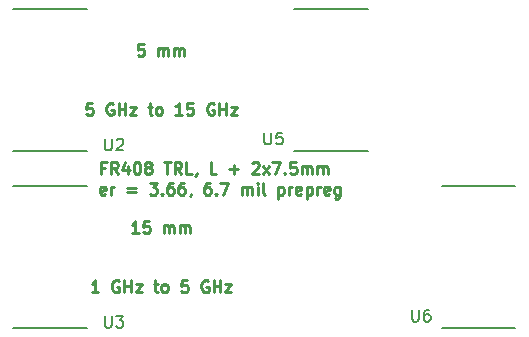
<source format=gto>
G04 #@! TF.FileFunction,Legend,Top*
%FSLAX46Y46*%
G04 Gerber Fmt 4.6, Leading zero omitted, Abs format (unit mm)*
G04 Created by KiCad (PCBNEW 4.0.2-stable) date Mon 25 Apr 2016 11:01:57 AM AKDT*
%MOMM*%
G01*
G04 APERTURE LIST*
%ADD10C,0.100000*%
%ADD11C,0.250000*%
%ADD12C,0.150000*%
G04 APERTURE END LIST*
D10*
D11*
X155261905Y-99654762D02*
X155166667Y-99702381D01*
X154976190Y-99702381D01*
X154880952Y-99654762D01*
X154833333Y-99559524D01*
X154833333Y-99178571D01*
X154880952Y-99083333D01*
X154976190Y-99035714D01*
X155166667Y-99035714D01*
X155261905Y-99083333D01*
X155309524Y-99178571D01*
X155309524Y-99273810D01*
X154833333Y-99369048D01*
X155738095Y-99702381D02*
X155738095Y-99035714D01*
X155738095Y-99226190D02*
X155785714Y-99130952D01*
X155833333Y-99083333D01*
X155928571Y-99035714D01*
X156023810Y-99035714D01*
X157119048Y-99178571D02*
X157880953Y-99178571D01*
X157880953Y-99464286D02*
X157119048Y-99464286D01*
X159023810Y-98702381D02*
X159642858Y-98702381D01*
X159309524Y-99083333D01*
X159452382Y-99083333D01*
X159547620Y-99130952D01*
X159595239Y-99178571D01*
X159642858Y-99273810D01*
X159642858Y-99511905D01*
X159595239Y-99607143D01*
X159547620Y-99654762D01*
X159452382Y-99702381D01*
X159166667Y-99702381D01*
X159071429Y-99654762D01*
X159023810Y-99607143D01*
X160071429Y-99607143D02*
X160119048Y-99654762D01*
X160071429Y-99702381D01*
X160023810Y-99654762D01*
X160071429Y-99607143D01*
X160071429Y-99702381D01*
X160976191Y-98702381D02*
X160785714Y-98702381D01*
X160690476Y-98750000D01*
X160642857Y-98797619D01*
X160547619Y-98940476D01*
X160500000Y-99130952D01*
X160500000Y-99511905D01*
X160547619Y-99607143D01*
X160595238Y-99654762D01*
X160690476Y-99702381D01*
X160880953Y-99702381D01*
X160976191Y-99654762D01*
X161023810Y-99607143D01*
X161071429Y-99511905D01*
X161071429Y-99273810D01*
X161023810Y-99178571D01*
X160976191Y-99130952D01*
X160880953Y-99083333D01*
X160690476Y-99083333D01*
X160595238Y-99130952D01*
X160547619Y-99178571D01*
X160500000Y-99273810D01*
X161928572Y-98702381D02*
X161738095Y-98702381D01*
X161642857Y-98750000D01*
X161595238Y-98797619D01*
X161500000Y-98940476D01*
X161452381Y-99130952D01*
X161452381Y-99511905D01*
X161500000Y-99607143D01*
X161547619Y-99654762D01*
X161642857Y-99702381D01*
X161833334Y-99702381D01*
X161928572Y-99654762D01*
X161976191Y-99607143D01*
X162023810Y-99511905D01*
X162023810Y-99273810D01*
X161976191Y-99178571D01*
X161928572Y-99130952D01*
X161833334Y-99083333D01*
X161642857Y-99083333D01*
X161547619Y-99130952D01*
X161500000Y-99178571D01*
X161452381Y-99273810D01*
X162500000Y-99654762D02*
X162500000Y-99702381D01*
X162452381Y-99797619D01*
X162404762Y-99845238D01*
X164119048Y-98702381D02*
X163928571Y-98702381D01*
X163833333Y-98750000D01*
X163785714Y-98797619D01*
X163690476Y-98940476D01*
X163642857Y-99130952D01*
X163642857Y-99511905D01*
X163690476Y-99607143D01*
X163738095Y-99654762D01*
X163833333Y-99702381D01*
X164023810Y-99702381D01*
X164119048Y-99654762D01*
X164166667Y-99607143D01*
X164214286Y-99511905D01*
X164214286Y-99273810D01*
X164166667Y-99178571D01*
X164119048Y-99130952D01*
X164023810Y-99083333D01*
X163833333Y-99083333D01*
X163738095Y-99130952D01*
X163690476Y-99178571D01*
X163642857Y-99273810D01*
X164642857Y-99607143D02*
X164690476Y-99654762D01*
X164642857Y-99702381D01*
X164595238Y-99654762D01*
X164642857Y-99607143D01*
X164642857Y-99702381D01*
X165023809Y-98702381D02*
X165690476Y-98702381D01*
X165261904Y-99702381D01*
X166833333Y-99702381D02*
X166833333Y-99035714D01*
X166833333Y-99130952D02*
X166880952Y-99083333D01*
X166976190Y-99035714D01*
X167119048Y-99035714D01*
X167214286Y-99083333D01*
X167261905Y-99178571D01*
X167261905Y-99702381D01*
X167261905Y-99178571D02*
X167309524Y-99083333D01*
X167404762Y-99035714D01*
X167547619Y-99035714D01*
X167642857Y-99083333D01*
X167690476Y-99178571D01*
X167690476Y-99702381D01*
X168166666Y-99702381D02*
X168166666Y-99035714D01*
X168166666Y-98702381D02*
X168119047Y-98750000D01*
X168166666Y-98797619D01*
X168214285Y-98750000D01*
X168166666Y-98702381D01*
X168166666Y-98797619D01*
X168785713Y-99702381D02*
X168690475Y-99654762D01*
X168642856Y-99559524D01*
X168642856Y-98702381D01*
X169928571Y-99035714D02*
X169928571Y-100035714D01*
X169928571Y-99083333D02*
X170023809Y-99035714D01*
X170214286Y-99035714D01*
X170309524Y-99083333D01*
X170357143Y-99130952D01*
X170404762Y-99226190D01*
X170404762Y-99511905D01*
X170357143Y-99607143D01*
X170309524Y-99654762D01*
X170214286Y-99702381D01*
X170023809Y-99702381D01*
X169928571Y-99654762D01*
X170833333Y-99702381D02*
X170833333Y-99035714D01*
X170833333Y-99226190D02*
X170880952Y-99130952D01*
X170928571Y-99083333D01*
X171023809Y-99035714D01*
X171119048Y-99035714D01*
X171833334Y-99654762D02*
X171738096Y-99702381D01*
X171547619Y-99702381D01*
X171452381Y-99654762D01*
X171404762Y-99559524D01*
X171404762Y-99178571D01*
X171452381Y-99083333D01*
X171547619Y-99035714D01*
X171738096Y-99035714D01*
X171833334Y-99083333D01*
X171880953Y-99178571D01*
X171880953Y-99273810D01*
X171404762Y-99369048D01*
X172309524Y-99035714D02*
X172309524Y-100035714D01*
X172309524Y-99083333D02*
X172404762Y-99035714D01*
X172595239Y-99035714D01*
X172690477Y-99083333D01*
X172738096Y-99130952D01*
X172785715Y-99226190D01*
X172785715Y-99511905D01*
X172738096Y-99607143D01*
X172690477Y-99654762D01*
X172595239Y-99702381D01*
X172404762Y-99702381D01*
X172309524Y-99654762D01*
X173214286Y-99702381D02*
X173214286Y-99035714D01*
X173214286Y-99226190D02*
X173261905Y-99130952D01*
X173309524Y-99083333D01*
X173404762Y-99035714D01*
X173500001Y-99035714D01*
X174214287Y-99654762D02*
X174119049Y-99702381D01*
X173928572Y-99702381D01*
X173833334Y-99654762D01*
X173785715Y-99559524D01*
X173785715Y-99178571D01*
X173833334Y-99083333D01*
X173928572Y-99035714D01*
X174119049Y-99035714D01*
X174214287Y-99083333D01*
X174261906Y-99178571D01*
X174261906Y-99273810D01*
X173785715Y-99369048D01*
X175119049Y-99035714D02*
X175119049Y-99845238D01*
X175071430Y-99940476D01*
X175023811Y-99988095D01*
X174928572Y-100035714D01*
X174785715Y-100035714D01*
X174690477Y-99988095D01*
X175119049Y-99654762D02*
X175023811Y-99702381D01*
X174833334Y-99702381D01*
X174738096Y-99654762D01*
X174690477Y-99607143D01*
X174642858Y-99511905D01*
X174642858Y-99226190D01*
X174690477Y-99130952D01*
X174738096Y-99083333D01*
X174833334Y-99035714D01*
X175023811Y-99035714D01*
X175119049Y-99083333D01*
X155238096Y-97428571D02*
X154904762Y-97428571D01*
X154904762Y-97952381D02*
X154904762Y-96952381D01*
X155380953Y-96952381D01*
X156333334Y-97952381D02*
X156000000Y-97476190D01*
X155761905Y-97952381D02*
X155761905Y-96952381D01*
X156142858Y-96952381D01*
X156238096Y-97000000D01*
X156285715Y-97047619D01*
X156333334Y-97142857D01*
X156333334Y-97285714D01*
X156285715Y-97380952D01*
X156238096Y-97428571D01*
X156142858Y-97476190D01*
X155761905Y-97476190D01*
X157190477Y-97285714D02*
X157190477Y-97952381D01*
X156952381Y-96904762D02*
X156714286Y-97619048D01*
X157333334Y-97619048D01*
X157904762Y-96952381D02*
X158000001Y-96952381D01*
X158095239Y-97000000D01*
X158142858Y-97047619D01*
X158190477Y-97142857D01*
X158238096Y-97333333D01*
X158238096Y-97571429D01*
X158190477Y-97761905D01*
X158142858Y-97857143D01*
X158095239Y-97904762D01*
X158000001Y-97952381D01*
X157904762Y-97952381D01*
X157809524Y-97904762D01*
X157761905Y-97857143D01*
X157714286Y-97761905D01*
X157666667Y-97571429D01*
X157666667Y-97333333D01*
X157714286Y-97142857D01*
X157761905Y-97047619D01*
X157809524Y-97000000D01*
X157904762Y-96952381D01*
X158809524Y-97380952D02*
X158714286Y-97333333D01*
X158666667Y-97285714D01*
X158619048Y-97190476D01*
X158619048Y-97142857D01*
X158666667Y-97047619D01*
X158714286Y-97000000D01*
X158809524Y-96952381D01*
X159000001Y-96952381D01*
X159095239Y-97000000D01*
X159142858Y-97047619D01*
X159190477Y-97142857D01*
X159190477Y-97190476D01*
X159142858Y-97285714D01*
X159095239Y-97333333D01*
X159000001Y-97380952D01*
X158809524Y-97380952D01*
X158714286Y-97428571D01*
X158666667Y-97476190D01*
X158619048Y-97571429D01*
X158619048Y-97761905D01*
X158666667Y-97857143D01*
X158714286Y-97904762D01*
X158809524Y-97952381D01*
X159000001Y-97952381D01*
X159095239Y-97904762D01*
X159142858Y-97857143D01*
X159190477Y-97761905D01*
X159190477Y-97571429D01*
X159142858Y-97476190D01*
X159095239Y-97428571D01*
X159000001Y-97380952D01*
X160238096Y-96952381D02*
X160809525Y-96952381D01*
X160523810Y-97952381D02*
X160523810Y-96952381D01*
X161714287Y-97952381D02*
X161380953Y-97476190D01*
X161142858Y-97952381D02*
X161142858Y-96952381D01*
X161523811Y-96952381D01*
X161619049Y-97000000D01*
X161666668Y-97047619D01*
X161714287Y-97142857D01*
X161714287Y-97285714D01*
X161666668Y-97380952D01*
X161619049Y-97428571D01*
X161523811Y-97476190D01*
X161142858Y-97476190D01*
X162619049Y-97952381D02*
X162142858Y-97952381D01*
X162142858Y-96952381D01*
X163000001Y-97904762D02*
X163000001Y-97952381D01*
X162952382Y-98047619D01*
X162904763Y-98095238D01*
X164666668Y-97952381D02*
X164190477Y-97952381D01*
X164190477Y-96952381D01*
X165761906Y-97571429D02*
X166523811Y-97571429D01*
X166142859Y-97952381D02*
X166142859Y-97190476D01*
X167714287Y-97047619D02*
X167761906Y-97000000D01*
X167857144Y-96952381D01*
X168095240Y-96952381D01*
X168190478Y-97000000D01*
X168238097Y-97047619D01*
X168285716Y-97142857D01*
X168285716Y-97238095D01*
X168238097Y-97380952D01*
X167666668Y-97952381D01*
X168285716Y-97952381D01*
X168619049Y-97952381D02*
X169142859Y-97285714D01*
X168619049Y-97285714D02*
X169142859Y-97952381D01*
X169428573Y-96952381D02*
X170095240Y-96952381D01*
X169666668Y-97952381D01*
X170476192Y-97857143D02*
X170523811Y-97904762D01*
X170476192Y-97952381D01*
X170428573Y-97904762D01*
X170476192Y-97857143D01*
X170476192Y-97952381D01*
X171428573Y-96952381D02*
X170952382Y-96952381D01*
X170904763Y-97428571D01*
X170952382Y-97380952D01*
X171047620Y-97333333D01*
X171285716Y-97333333D01*
X171380954Y-97380952D01*
X171428573Y-97428571D01*
X171476192Y-97523810D01*
X171476192Y-97761905D01*
X171428573Y-97857143D01*
X171380954Y-97904762D01*
X171285716Y-97952381D01*
X171047620Y-97952381D01*
X170952382Y-97904762D01*
X170904763Y-97857143D01*
X171904763Y-97952381D02*
X171904763Y-97285714D01*
X171904763Y-97380952D02*
X171952382Y-97333333D01*
X172047620Y-97285714D01*
X172190478Y-97285714D01*
X172285716Y-97333333D01*
X172333335Y-97428571D01*
X172333335Y-97952381D01*
X172333335Y-97428571D02*
X172380954Y-97333333D01*
X172476192Y-97285714D01*
X172619049Y-97285714D01*
X172714287Y-97333333D01*
X172761906Y-97428571D01*
X172761906Y-97952381D01*
X173238096Y-97952381D02*
X173238096Y-97285714D01*
X173238096Y-97380952D02*
X173285715Y-97333333D01*
X173380953Y-97285714D01*
X173523811Y-97285714D01*
X173619049Y-97333333D01*
X173666668Y-97428571D01*
X173666668Y-97952381D01*
X173666668Y-97428571D02*
X173714287Y-97333333D01*
X173809525Y-97285714D01*
X173952382Y-97285714D01*
X174047620Y-97333333D01*
X174095239Y-97428571D01*
X174095239Y-97952381D01*
X154690476Y-107952381D02*
X154119047Y-107952381D01*
X154404761Y-107952381D02*
X154404761Y-106952381D01*
X154309523Y-107095238D01*
X154214285Y-107190476D01*
X154119047Y-107238095D01*
X156404762Y-107000000D02*
X156309524Y-106952381D01*
X156166667Y-106952381D01*
X156023809Y-107000000D01*
X155928571Y-107095238D01*
X155880952Y-107190476D01*
X155833333Y-107380952D01*
X155833333Y-107523810D01*
X155880952Y-107714286D01*
X155928571Y-107809524D01*
X156023809Y-107904762D01*
X156166667Y-107952381D01*
X156261905Y-107952381D01*
X156404762Y-107904762D01*
X156452381Y-107857143D01*
X156452381Y-107523810D01*
X156261905Y-107523810D01*
X156880952Y-107952381D02*
X156880952Y-106952381D01*
X156880952Y-107428571D02*
X157452381Y-107428571D01*
X157452381Y-107952381D02*
X157452381Y-106952381D01*
X157833333Y-107285714D02*
X158357143Y-107285714D01*
X157833333Y-107952381D01*
X158357143Y-107952381D01*
X159357143Y-107285714D02*
X159738095Y-107285714D01*
X159500000Y-106952381D02*
X159500000Y-107809524D01*
X159547619Y-107904762D01*
X159642857Y-107952381D01*
X159738095Y-107952381D01*
X160214286Y-107952381D02*
X160119048Y-107904762D01*
X160071429Y-107857143D01*
X160023810Y-107761905D01*
X160023810Y-107476190D01*
X160071429Y-107380952D01*
X160119048Y-107333333D01*
X160214286Y-107285714D01*
X160357144Y-107285714D01*
X160452382Y-107333333D01*
X160500001Y-107380952D01*
X160547620Y-107476190D01*
X160547620Y-107761905D01*
X160500001Y-107857143D01*
X160452382Y-107904762D01*
X160357144Y-107952381D01*
X160214286Y-107952381D01*
X162214287Y-106952381D02*
X161738096Y-106952381D01*
X161690477Y-107428571D01*
X161738096Y-107380952D01*
X161833334Y-107333333D01*
X162071430Y-107333333D01*
X162166668Y-107380952D01*
X162214287Y-107428571D01*
X162261906Y-107523810D01*
X162261906Y-107761905D01*
X162214287Y-107857143D01*
X162166668Y-107904762D01*
X162071430Y-107952381D01*
X161833334Y-107952381D01*
X161738096Y-107904762D01*
X161690477Y-107857143D01*
X163976192Y-107000000D02*
X163880954Y-106952381D01*
X163738097Y-106952381D01*
X163595239Y-107000000D01*
X163500001Y-107095238D01*
X163452382Y-107190476D01*
X163404763Y-107380952D01*
X163404763Y-107523810D01*
X163452382Y-107714286D01*
X163500001Y-107809524D01*
X163595239Y-107904762D01*
X163738097Y-107952381D01*
X163833335Y-107952381D01*
X163976192Y-107904762D01*
X164023811Y-107857143D01*
X164023811Y-107523810D01*
X163833335Y-107523810D01*
X164452382Y-107952381D02*
X164452382Y-106952381D01*
X164452382Y-107428571D02*
X165023811Y-107428571D01*
X165023811Y-107952381D02*
X165023811Y-106952381D01*
X165404763Y-107285714D02*
X165928573Y-107285714D01*
X165404763Y-107952381D01*
X165928573Y-107952381D01*
X158095239Y-102952381D02*
X157523810Y-102952381D01*
X157809524Y-102952381D02*
X157809524Y-101952381D01*
X157714286Y-102095238D01*
X157619048Y-102190476D01*
X157523810Y-102238095D01*
X159000001Y-101952381D02*
X158523810Y-101952381D01*
X158476191Y-102428571D01*
X158523810Y-102380952D01*
X158619048Y-102333333D01*
X158857144Y-102333333D01*
X158952382Y-102380952D01*
X159000001Y-102428571D01*
X159047620Y-102523810D01*
X159047620Y-102761905D01*
X159000001Y-102857143D01*
X158952382Y-102904762D01*
X158857144Y-102952381D01*
X158619048Y-102952381D01*
X158523810Y-102904762D01*
X158476191Y-102857143D01*
X160238096Y-102952381D02*
X160238096Y-102285714D01*
X160238096Y-102380952D02*
X160285715Y-102333333D01*
X160380953Y-102285714D01*
X160523811Y-102285714D01*
X160619049Y-102333333D01*
X160666668Y-102428571D01*
X160666668Y-102952381D01*
X160666668Y-102428571D02*
X160714287Y-102333333D01*
X160809525Y-102285714D01*
X160952382Y-102285714D01*
X161047620Y-102333333D01*
X161095239Y-102428571D01*
X161095239Y-102952381D01*
X161571429Y-102952381D02*
X161571429Y-102285714D01*
X161571429Y-102380952D02*
X161619048Y-102333333D01*
X161714286Y-102285714D01*
X161857144Y-102285714D01*
X161952382Y-102333333D01*
X162000001Y-102428571D01*
X162000001Y-102952381D01*
X162000001Y-102428571D02*
X162047620Y-102333333D01*
X162142858Y-102285714D01*
X162285715Y-102285714D01*
X162380953Y-102333333D01*
X162428572Y-102428571D01*
X162428572Y-102952381D01*
X158523810Y-86952381D02*
X158047619Y-86952381D01*
X158000000Y-87428571D01*
X158047619Y-87380952D01*
X158142857Y-87333333D01*
X158380953Y-87333333D01*
X158476191Y-87380952D01*
X158523810Y-87428571D01*
X158571429Y-87523810D01*
X158571429Y-87761905D01*
X158523810Y-87857143D01*
X158476191Y-87904762D01*
X158380953Y-87952381D01*
X158142857Y-87952381D01*
X158047619Y-87904762D01*
X158000000Y-87857143D01*
X159761905Y-87952381D02*
X159761905Y-87285714D01*
X159761905Y-87380952D02*
X159809524Y-87333333D01*
X159904762Y-87285714D01*
X160047620Y-87285714D01*
X160142858Y-87333333D01*
X160190477Y-87428571D01*
X160190477Y-87952381D01*
X160190477Y-87428571D02*
X160238096Y-87333333D01*
X160333334Y-87285714D01*
X160476191Y-87285714D01*
X160571429Y-87333333D01*
X160619048Y-87428571D01*
X160619048Y-87952381D01*
X161095238Y-87952381D02*
X161095238Y-87285714D01*
X161095238Y-87380952D02*
X161142857Y-87333333D01*
X161238095Y-87285714D01*
X161380953Y-87285714D01*
X161476191Y-87333333D01*
X161523810Y-87428571D01*
X161523810Y-87952381D01*
X161523810Y-87428571D02*
X161571429Y-87333333D01*
X161666667Y-87285714D01*
X161809524Y-87285714D01*
X161904762Y-87333333D01*
X161952381Y-87428571D01*
X161952381Y-87952381D01*
X154166666Y-91952381D02*
X153690475Y-91952381D01*
X153642856Y-92428571D01*
X153690475Y-92380952D01*
X153785713Y-92333333D01*
X154023809Y-92333333D01*
X154119047Y-92380952D01*
X154166666Y-92428571D01*
X154214285Y-92523810D01*
X154214285Y-92761905D01*
X154166666Y-92857143D01*
X154119047Y-92904762D01*
X154023809Y-92952381D01*
X153785713Y-92952381D01*
X153690475Y-92904762D01*
X153642856Y-92857143D01*
X155928571Y-92000000D02*
X155833333Y-91952381D01*
X155690476Y-91952381D01*
X155547618Y-92000000D01*
X155452380Y-92095238D01*
X155404761Y-92190476D01*
X155357142Y-92380952D01*
X155357142Y-92523810D01*
X155404761Y-92714286D01*
X155452380Y-92809524D01*
X155547618Y-92904762D01*
X155690476Y-92952381D01*
X155785714Y-92952381D01*
X155928571Y-92904762D01*
X155976190Y-92857143D01*
X155976190Y-92523810D01*
X155785714Y-92523810D01*
X156404761Y-92952381D02*
X156404761Y-91952381D01*
X156404761Y-92428571D02*
X156976190Y-92428571D01*
X156976190Y-92952381D02*
X156976190Y-91952381D01*
X157357142Y-92285714D02*
X157880952Y-92285714D01*
X157357142Y-92952381D01*
X157880952Y-92952381D01*
X158880952Y-92285714D02*
X159261904Y-92285714D01*
X159023809Y-91952381D02*
X159023809Y-92809524D01*
X159071428Y-92904762D01*
X159166666Y-92952381D01*
X159261904Y-92952381D01*
X159738095Y-92952381D02*
X159642857Y-92904762D01*
X159595238Y-92857143D01*
X159547619Y-92761905D01*
X159547619Y-92476190D01*
X159595238Y-92380952D01*
X159642857Y-92333333D01*
X159738095Y-92285714D01*
X159880953Y-92285714D01*
X159976191Y-92333333D01*
X160023810Y-92380952D01*
X160071429Y-92476190D01*
X160071429Y-92761905D01*
X160023810Y-92857143D01*
X159976191Y-92904762D01*
X159880953Y-92952381D01*
X159738095Y-92952381D01*
X161785715Y-92952381D02*
X161214286Y-92952381D01*
X161500000Y-92952381D02*
X161500000Y-91952381D01*
X161404762Y-92095238D01*
X161309524Y-92190476D01*
X161214286Y-92238095D01*
X162690477Y-91952381D02*
X162214286Y-91952381D01*
X162166667Y-92428571D01*
X162214286Y-92380952D01*
X162309524Y-92333333D01*
X162547620Y-92333333D01*
X162642858Y-92380952D01*
X162690477Y-92428571D01*
X162738096Y-92523810D01*
X162738096Y-92761905D01*
X162690477Y-92857143D01*
X162642858Y-92904762D01*
X162547620Y-92952381D01*
X162309524Y-92952381D01*
X162214286Y-92904762D01*
X162166667Y-92857143D01*
X164452382Y-92000000D02*
X164357144Y-91952381D01*
X164214287Y-91952381D01*
X164071429Y-92000000D01*
X163976191Y-92095238D01*
X163928572Y-92190476D01*
X163880953Y-92380952D01*
X163880953Y-92523810D01*
X163928572Y-92714286D01*
X163976191Y-92809524D01*
X164071429Y-92904762D01*
X164214287Y-92952381D01*
X164309525Y-92952381D01*
X164452382Y-92904762D01*
X164500001Y-92857143D01*
X164500001Y-92523810D01*
X164309525Y-92523810D01*
X164928572Y-92952381D02*
X164928572Y-91952381D01*
X164928572Y-92428571D02*
X165500001Y-92428571D01*
X165500001Y-92952381D02*
X165500001Y-91952381D01*
X165880953Y-92285714D02*
X166404763Y-92285714D01*
X165880953Y-92952381D01*
X166404763Y-92952381D01*
D12*
X177500000Y-84000000D02*
X171250000Y-84000000D01*
X177500000Y-96000000D02*
X171250000Y-96000000D01*
X147500000Y-96000000D02*
X153750000Y-96000000D01*
X147500000Y-84000000D02*
X153750000Y-84000000D01*
X147500000Y-111000000D02*
X153750000Y-111000000D01*
X147500000Y-99000000D02*
X153750000Y-99000000D01*
X190000000Y-99000000D02*
X183750000Y-99000000D01*
X190000000Y-111000000D02*
X183750000Y-111000000D01*
X168738095Y-94452381D02*
X168738095Y-95261905D01*
X168785714Y-95357143D01*
X168833333Y-95404762D01*
X168928571Y-95452381D01*
X169119048Y-95452381D01*
X169214286Y-95404762D01*
X169261905Y-95357143D01*
X169309524Y-95261905D01*
X169309524Y-94452381D01*
X170261905Y-94452381D02*
X169785714Y-94452381D01*
X169738095Y-94928571D01*
X169785714Y-94880952D01*
X169880952Y-94833333D01*
X170119048Y-94833333D01*
X170214286Y-94880952D01*
X170261905Y-94928571D01*
X170309524Y-95023810D01*
X170309524Y-95261905D01*
X170261905Y-95357143D01*
X170214286Y-95404762D01*
X170119048Y-95452381D01*
X169880952Y-95452381D01*
X169785714Y-95404762D01*
X169738095Y-95357143D01*
X155238095Y-94952381D02*
X155238095Y-95761905D01*
X155285714Y-95857143D01*
X155333333Y-95904762D01*
X155428571Y-95952381D01*
X155619048Y-95952381D01*
X155714286Y-95904762D01*
X155761905Y-95857143D01*
X155809524Y-95761905D01*
X155809524Y-94952381D01*
X156238095Y-95047619D02*
X156285714Y-95000000D01*
X156380952Y-94952381D01*
X156619048Y-94952381D01*
X156714286Y-95000000D01*
X156761905Y-95047619D01*
X156809524Y-95142857D01*
X156809524Y-95238095D01*
X156761905Y-95380952D01*
X156190476Y-95952381D01*
X156809524Y-95952381D01*
X155238095Y-109952381D02*
X155238095Y-110761905D01*
X155285714Y-110857143D01*
X155333333Y-110904762D01*
X155428571Y-110952381D01*
X155619048Y-110952381D01*
X155714286Y-110904762D01*
X155761905Y-110857143D01*
X155809524Y-110761905D01*
X155809524Y-109952381D01*
X156190476Y-109952381D02*
X156809524Y-109952381D01*
X156476190Y-110333333D01*
X156619048Y-110333333D01*
X156714286Y-110380952D01*
X156761905Y-110428571D01*
X156809524Y-110523810D01*
X156809524Y-110761905D01*
X156761905Y-110857143D01*
X156714286Y-110904762D01*
X156619048Y-110952381D01*
X156333333Y-110952381D01*
X156238095Y-110904762D01*
X156190476Y-110857143D01*
X181238095Y-109452381D02*
X181238095Y-110261905D01*
X181285714Y-110357143D01*
X181333333Y-110404762D01*
X181428571Y-110452381D01*
X181619048Y-110452381D01*
X181714286Y-110404762D01*
X181761905Y-110357143D01*
X181809524Y-110261905D01*
X181809524Y-109452381D01*
X182714286Y-109452381D02*
X182523809Y-109452381D01*
X182428571Y-109500000D01*
X182380952Y-109547619D01*
X182285714Y-109690476D01*
X182238095Y-109880952D01*
X182238095Y-110261905D01*
X182285714Y-110357143D01*
X182333333Y-110404762D01*
X182428571Y-110452381D01*
X182619048Y-110452381D01*
X182714286Y-110404762D01*
X182761905Y-110357143D01*
X182809524Y-110261905D01*
X182809524Y-110023810D01*
X182761905Y-109928571D01*
X182714286Y-109880952D01*
X182619048Y-109833333D01*
X182428571Y-109833333D01*
X182333333Y-109880952D01*
X182285714Y-109928571D01*
X182238095Y-110023810D01*
M02*

</source>
